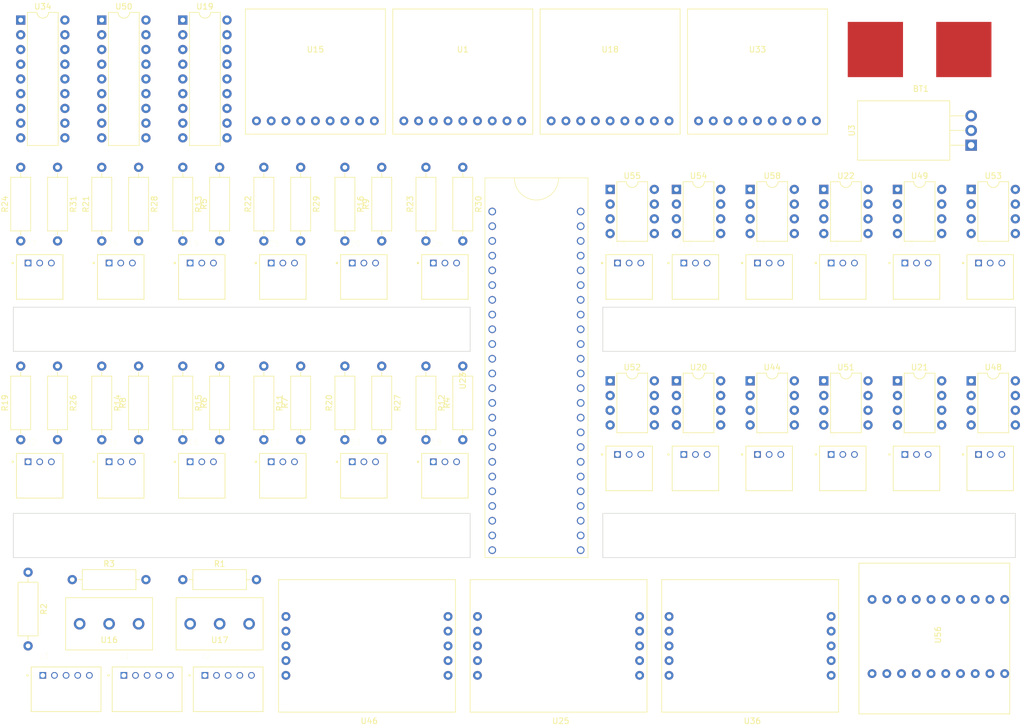
<source format=kicad_pcb>
(kicad_pcb (version 20171130) (host pcbnew "(5.1.10)-1")
  (layers (0 F.Cu signal) (31 B.Cu signal) (35 F.Paste user) (37 F.SilkS user) (38 B.Mask user) (39 F.Mask user) (44 Edge.Cuts user))
  (net 0 "")
  (net 1 GND1)
  (net 2 "Net-(BT1-Pad1)")
  (net 3 "Net-(J1-Pad1)")
  (net 4 "Net-(J1-Pad2)")
  (net 5 "Net-(J1-Pad3)")
  (net 6 "Net-(J1-Pad4)")
  (net 7 "Net-(J1-Pad5)")
  (net 8 "Net-(J2-Pad1)")
  (net 9 "Net-(J2-Pad2)")
  (net 10 "Net-(J2-Pad3)")
  (net 11 "Net-(J2-Pad4)")
  (net 12 "Net-(J2-Pad5)")
  (net 13 "Net-(J3-Pad1)")
  (net 14 "Net-(J3-Pad2)")
  (net 15 "Net-(J3-Pad3)")
  (net 16 "Net-(J3-Pad4)")
  (net 17 "Net-(J3-Pad5)")
  (net 18 "Net-(R1-Pad2)")
  (net 19 "Net-(R1-Pad1)")
  (net 20 "Net-(R2-Pad2)")
  (net 21 "Net-(R2-Pad1)")
  (net 22 "Net-(R3-Pad2)")
  (net 23 "Net-(R3-Pad1)")
  (net 24 "Net-(R12-Pad1)")
  (net 25 "Net-(R13-Pad1)")
  (net 26 "Net-(R15-Pad1)")
  (net 27 "Net-(R11-Pad1)")
  (net 28 "Net-(R14-Pad1)")
  (net 29 "Net-(R16-Pad1)")
  (net 30 "Net-(R19-Pad2)")
  (net 31 "Net-(R20-Pad2)")
  (net 32 "Net-(R21-Pad2)")
  (net 33 "Net-(R22-Pad2)")
  (net 34 "Net-(R23-Pad2)")
  (net 35 "Net-(R24-Pad2)")
  (net 36 +5V)
  (net 37 1)
  (net 38 14)
  (net 39 13)
  (net 40 51)
  (net 41 40)
  (net 42 41)
  (net 43 42)
  (net 44 43)
  (net 45 44)
  (net 46 45)
  (net 47 53)
  (net 48 54)
  (net 49 48)
  (net 50 46)
  (net 51 47)
  (net 52 49)
  (net 53 50)
  (net 54 52)
  (net 55 27)
  (net 56 26)
  (net 57 25)
  (net 58 15)
  (net 59 36)
  (net 60 37)
  (net 61 38)
  (net 62 39)
  (net 63 28)
  (net 64 3)
  (net 65 31)
  (net 66 6)
  (net 67 11)
  (net 68 8)
  (net 69 7)
  (net 70 58)
  (net 71 4)
  (net 72 5)
  (net 73 61)
  (net 74 60)
  (net 75 9)
  (net 76 10)
  (net 77 12)
  (net 78 3.3)
  (net 79 57)
  (net 80 16)
  (net 81 17)
  (net 82 18)
  (net 83 19)
  (net 84 20)
  (net 85 21)
  (net 86 2)
  (net 87 32)
  (net 88 33)
  (net 89 34)
  (net 90 35)
  (net 91 29)
  (net 92 30)
  (net 93 "Net-(J16-Pad1)")
  (net 94 "Net-(J17-Pad1)")
  (net 95 "Net-(J18-Pad1)")
  (net 96 "Net-(J19-Pad1)")
  (net 97 "Net-(J20-Pad1)")
  (net 98 "Net-(J21-Pad1)")
  (net 99 "Net-(J22-Pad1)")
  (net 100 "Net-(J23-Pad1)")
  (net 101 "Net-(J24-Pad1)")
  (net 102 "Net-(J25-Pad1)")
  (net 103 "Net-(J26-Pad1)")
  (net 104 "Net-(J27-Pad1)")
  (module Launchbox:Lipo_Battery_Connector (layer F.Cu) (at 213.36 52.07)
    (fp_text reference BT1 (at 0.21 6.78) (layer F.SilkS))
    (fp_text value Battery_Cell)
    (pad 1 smd rect (at -7.62 0) (size 9.525 9.525) (layers F.Cu F.Paste F.Mask) (net 2 "Net-(BT1-Pad1)"))
    (pad 2 smd rect (at 7.62 0) (size 9.525 9.525) (layers F.Cu F.Paste F.Mask) (net 1 GND1))
  )
  (module Launchbox:5_Header (layer F.Cu) (at 76.2 160.02)
    (fp_text reference J1 (at 0.175 -3.335) (layer F.SilkS) (effects (font (thickness 0.015))))
    (fp_text value 440055-5)
    (pad 5 thru_hole circle (at 8.026 0) (size 1.15 1.15) (drill 0.8) (layers *.Cu *.Mask) (net 7 "Net-(J1-Pad5)"))
    (pad 4 thru_hole circle (at 6.02 0) (size 1.15 1.15) (drill 0.8) (layers *.Cu *.Mask) (net 6 "Net-(J1-Pad4)"))
    (pad 3 thru_hole circle (at 4.013 0) (size 1.15 1.15) (drill 0.8) (layers *.Cu *.Mask) (net 5 "Net-(J1-Pad3)"))
    (pad 2 thru_hole circle (at 2.007 0) (size 1.15 1.15) (drill 0.8) (layers *.Cu *.Mask) (net 4 "Net-(J1-Pad2)"))
    (pad 1 thru_hole rect (at 0 0) (size 1.15 1.15) (drill 0.8) (layers *.Cu *.Mask) (net 3 "Net-(J1-Pad1)"))
  )
  (module Launchbox:5_Header (layer F.Cu) (at 90.17 160.02)
    (fp_text reference J2 (at 0.175 -3.335) (layer F.SilkS) (effects (font (thickness 0.015))))
    (fp_text value 440055-5)
    (pad 5 thru_hole circle (at 8.026 0) (size 1.15 1.15) (drill 0.8) (layers *.Cu *.Mask) (net 12 "Net-(J2-Pad5)"))
    (pad 4 thru_hole circle (at 6.02 0) (size 1.15 1.15) (drill 0.8) (layers *.Cu *.Mask) (net 11 "Net-(J2-Pad4)"))
    (pad 3 thru_hole circle (at 4.013 0) (size 1.15 1.15) (drill 0.8) (layers *.Cu *.Mask) (net 10 "Net-(J2-Pad3)"))
    (pad 2 thru_hole circle (at 2.007 0) (size 1.15 1.15) (drill 0.8) (layers *.Cu *.Mask) (net 9 "Net-(J2-Pad2)"))
    (pad 1 thru_hole rect (at 0 0) (size 1.15 1.15) (drill 0.8) (layers *.Cu *.Mask) (net 8 "Net-(J2-Pad1)"))
  )
  (module Launchbox:5_Header (layer F.Cu) (at 62.23 160.02)
    (fp_text reference J3 (at 0.175 -3.335) (layer F.SilkS) (effects (font (thickness 0.015))))
    (fp_text value 440055-5)
    (pad 1 thru_hole rect (at 0 0) (size 1.15 1.15) (drill 0.8) (layers *.Cu *.Mask) (net 13 "Net-(J3-Pad1)"))
    (pad 2 thru_hole circle (at 2.007 0) (size 1.15 1.15) (drill 0.8) (layers *.Cu *.Mask) (net 14 "Net-(J3-Pad2)"))
    (pad 3 thru_hole circle (at 4.013 0) (size 1.15 1.15) (drill 0.8) (layers *.Cu *.Mask) (net 15 "Net-(J3-Pad3)"))
    (pad 4 thru_hole circle (at 6.02 0) (size 1.15 1.15) (drill 0.8) (layers *.Cu *.Mask) (net 16 "Net-(J3-Pad4)"))
    (pad 5 thru_hole circle (at 8.026 0) (size 1.15 1.15) (drill 0.8) (layers *.Cu *.Mask) (net 17 "Net-(J3-Pad5)"))
  )
  (module Launchbox:3_Header (layer F.Cu) (at 172.72 121.92)
    (fp_text reference J4 (at 0.175 -3.335) (layer F.SilkS) (effects (font (thickness 0.015))))
    (fp_text value 440055-3)
    (pad 3 thru_hole circle (at 4.013 0) (size 1.15 1.15) (drill 0.8) (layers *.Cu *.Mask) (net 1 GND1))
    (pad 2 thru_hole circle (at 2.007 0) (size 1.15 1.15) (drill 0.8) (layers *.Cu *.Mask) (net 36 +5V))
    (pad 1 thru_hole rect (at 0 0) (size 1.15 1.15) (drill 0.8) (layers *.Cu *.Mask) (net 41 40))
  )
  (module Launchbox:3_Header (layer F.Cu) (at 185.42 121.92)
    (fp_text reference J5 (at 0.175 -3.335) (layer F.SilkS) (effects (font (thickness 0.015))))
    (fp_text value 440055-3)
    (pad 1 thru_hole rect (at 0 0) (size 1.15 1.15) (drill 0.8) (layers *.Cu *.Mask) (net 42 41))
    (pad 2 thru_hole circle (at 2.007 0) (size 1.15 1.15) (drill 0.8) (layers *.Cu *.Mask) (net 36 +5V))
    (pad 3 thru_hole circle (at 4.013 0) (size 1.15 1.15) (drill 0.8) (layers *.Cu *.Mask) (net 1 GND1))
  )
  (module Launchbox:3_Header (layer F.Cu) (at 198.12 121.92)
    (fp_text reference J6 (at 0.175 -3.335) (layer F.SilkS) (effects (font (thickness 0.015))))
    (fp_text value 440055-3)
    (pad 3 thru_hole circle (at 4.013 0) (size 1.15 1.15) (drill 0.8) (layers *.Cu *.Mask) (net 1 GND1))
    (pad 2 thru_hole circle (at 2.007 0) (size 1.15 1.15) (drill 0.8) (layers *.Cu *.Mask) (net 36 +5V))
    (pad 1 thru_hole rect (at 0 0) (size 1.15 1.15) (drill 0.8) (layers *.Cu *.Mask) (net 43 42))
  )
  (module Launchbox:3_Header (layer F.Cu) (at 210.82 121.92)
    (fp_text reference J7 (at 0.175 -3.335) (layer F.SilkS) (effects (font (thickness 0.015))))
    (fp_text value 440055-3)
    (pad 1 thru_hole rect (at 0 0) (size 1.15 1.15) (drill 0.8) (layers *.Cu *.Mask) (net 44 43))
    (pad 2 thru_hole circle (at 2.007 0) (size 1.15 1.15) (drill 0.8) (layers *.Cu *.Mask) (net 36 +5V))
    (pad 3 thru_hole circle (at 4.013 0) (size 1.15 1.15) (drill 0.8) (layers *.Cu *.Mask) (net 1 GND1))
  )
  (module Launchbox:3_Header (layer F.Cu) (at 223.52 121.92)
    (fp_text reference J8 (at 0.175 -3.335) (layer F.SilkS) (effects (font (thickness 0.015))))
    (fp_text value 440055-3)
    (pad 3 thru_hole circle (at 4.013 0) (size 1.15 1.15) (drill 0.8) (layers *.Cu *.Mask) (net 1 GND1))
    (pad 2 thru_hole circle (at 2.007 0) (size 1.15 1.15) (drill 0.8) (layers *.Cu *.Mask) (net 36 +5V))
    (pad 1 thru_hole rect (at 0 0) (size 1.15 1.15) (drill 0.8) (layers *.Cu *.Mask) (net 45 44))
  )
  (module Launchbox:3_Header (layer F.Cu) (at 161.29 121.92)
    (fp_text reference J9 (at 0.175 -3.335) (layer F.SilkS) (effects (font (thickness 0.015))))
    (fp_text value 440055-3)
    (pad 1 thru_hole rect (at 0 0) (size 1.15 1.15) (drill 0.8) (layers *.Cu *.Mask) (net 46 45))
    (pad 2 thru_hole circle (at 2.007 0) (size 1.15 1.15) (drill 0.8) (layers *.Cu *.Mask) (net 36 +5V))
    (pad 3 thru_hole circle (at 4.013 0) (size 1.15 1.15) (drill 0.8) (layers *.Cu *.Mask) (net 1 GND1))
  )
  (module Launchbox:3_Header (layer F.Cu) (at 172.72 88.9)
    (fp_text reference J10 (at 0.175 -3.335) (layer F.SilkS) (effects (font (thickness 0.015))))
    (fp_text value 440055-3)
    (pad 3 thru_hole circle (at 4.013 0) (size 1.15 1.15) (drill 0.8) (layers *.Cu *.Mask) (net 1 GND1))
    (pad 2 thru_hole circle (at 2.007 0) (size 1.15 1.15) (drill 0.8) (layers *.Cu *.Mask) (net 36 +5V))
    (pad 1 thru_hole rect (at 0 0) (size 1.15 1.15) (drill 0.8) (layers *.Cu *.Mask) (net 50 46))
  )
  (module Launchbox:3_Header (layer F.Cu) (at 185.42 88.9)
    (fp_text reference J11 (at 0.175 -3.335) (layer F.SilkS) (effects (font (thickness 0.015))))
    (fp_text value 440055-3)
    (pad 1 thru_hole rect (at 0 0) (size 1.15 1.15) (drill 0.8) (layers *.Cu *.Mask) (net 51 47))
    (pad 2 thru_hole circle (at 2.007 0) (size 1.15 1.15) (drill 0.8) (layers *.Cu *.Mask) (net 36 +5V))
    (pad 3 thru_hole circle (at 4.013 0) (size 1.15 1.15) (drill 0.8) (layers *.Cu *.Mask) (net 1 GND1))
  )
  (module Launchbox:3_Header (layer F.Cu) (at 198.12 88.9)
    (fp_text reference J12 (at 0.175 -3.335) (layer F.SilkS) (effects (font (thickness 0.015))))
    (fp_text value 440055-3)
    (pad 3 thru_hole circle (at 4.013 0) (size 1.15 1.15) (drill 0.8) (layers *.Cu *.Mask) (net 1 GND1))
    (pad 2 thru_hole circle (at 2.007 0) (size 1.15 1.15) (drill 0.8) (layers *.Cu *.Mask) (net 36 +5V))
    (pad 1 thru_hole rect (at 0 0) (size 1.15 1.15) (drill 0.8) (layers *.Cu *.Mask) (net 49 48))
  )
  (module Launchbox:3_Header (layer F.Cu) (at 210.82 88.9)
    (fp_text reference J13 (at 0.175 -3.335) (layer F.SilkS) (effects (font (thickness 0.015))))
    (fp_text value 440055-3)
    (pad 1 thru_hole rect (at 0 0) (size 1.15 1.15) (drill 0.8) (layers *.Cu *.Mask) (net 52 49))
    (pad 2 thru_hole circle (at 2.007 0) (size 1.15 1.15) (drill 0.8) (layers *.Cu *.Mask) (net 36 +5V))
    (pad 3 thru_hole circle (at 4.013 0) (size 1.15 1.15) (drill 0.8) (layers *.Cu *.Mask) (net 1 GND1))
  )
  (module Launchbox:3_Header (layer F.Cu) (at 223.52 88.9)
    (fp_text reference J14 (at 0.175 -3.335) (layer F.SilkS) (effects (font (thickness 0.015))))
    (fp_text value 440055-3)
    (pad 3 thru_hole circle (at 4.013 0) (size 1.15 1.15) (drill 0.8) (layers *.Cu *.Mask) (net 1 GND1))
    (pad 2 thru_hole circle (at 2.007 0) (size 1.15 1.15) (drill 0.8) (layers *.Cu *.Mask) (net 36 +5V))
    (pad 1 thru_hole rect (at 0 0) (size 1.15 1.15) (drill 0.8) (layers *.Cu *.Mask) (net 47 53))
  )
  (module Launchbox:3_Header (layer F.Cu) (at 161.29 88.9)
    (fp_text reference J15 (at 0.175 -3.335) (layer F.SilkS) (effects (font (thickness 0.015))))
    (fp_text value 440055-3)
    (pad 3 thru_hole circle (at 4.013 0) (size 1.15 1.15) (drill 0.8) (layers *.Cu *.Mask) (net 1 GND1))
    (pad 2 thru_hole circle (at 2.007 0) (size 1.15 1.15) (drill 0.8) (layers *.Cu *.Mask) (net 36 +5V))
    (pad 1 thru_hole rect (at 0 0) (size 1.15 1.15) (drill 0.8) (layers *.Cu *.Mask) (net 48 54))
  )
  (module Launchbox:3_Header (layer F.Cu) (at 87.63 123.19)
    (fp_text reference J16 (at 0.175 -3.335) (layer F.SilkS) (effects (font (thickness 0.015))))
    (fp_text value 440055-3)
    (pad 1 thru_hole rect (at 0 0) (size 1.15 1.15) (drill 0.8) (layers *.Cu *.Mask) (net 93 "Net-(J16-Pad1)"))
    (pad 2 thru_hole circle (at 2.007 0) (size 1.15 1.15) (drill 0.8) (layers *.Cu *.Mask) (net 36 +5V))
    (pad 3 thru_hole circle (at 4.013 0) (size 1.15 1.15) (drill 0.8) (layers *.Cu *.Mask) (net 1 GND1))
  )
  (module Launchbox:3_Header (layer F.Cu) (at 101.6 123.19)
    (fp_text reference J17 (at 0.175 -3.335) (layer F.SilkS) (effects (font (thickness 0.015))))
    (fp_text value 440055-3)
    (pad 1 thru_hole rect (at 0 0) (size 1.15 1.15) (drill 0.8) (layers *.Cu *.Mask) (net 94 "Net-(J17-Pad1)"))
    (pad 2 thru_hole circle (at 2.007 0) (size 1.15 1.15) (drill 0.8) (layers *.Cu *.Mask) (net 36 +5V))
    (pad 3 thru_hole circle (at 4.013 0) (size 1.15 1.15) (drill 0.8) (layers *.Cu *.Mask) (net 1 GND1))
  )
  (module Launchbox:3_Header (layer F.Cu) (at 129.54 123.19)
    (fp_text reference J18 (at 0.175 -3.335) (layer F.SilkS) (effects (font (thickness 0.015))))
    (fp_text value 440055-3)
    (pad 3 thru_hole circle (at 4.013 0) (size 1.15 1.15) (drill 0.8) (layers *.Cu *.Mask) (net 1 GND1))
    (pad 2 thru_hole circle (at 2.007 0) (size 1.15 1.15) (drill 0.8) (layers *.Cu *.Mask) (net 36 +5V))
    (pad 1 thru_hole rect (at 0 0) (size 1.15 1.15) (drill 0.8) (layers *.Cu *.Mask) (net 95 "Net-(J18-Pad1)"))
  )
  (module Launchbox:3_Header (layer F.Cu) (at 87.63 88.9)
    (fp_text reference J19 (at 0.175 -3.335) (layer F.SilkS) (effects (font (thickness 0.015))))
    (fp_text value 440055-3)
    (pad 1 thru_hole rect (at 0 0) (size 1.15 1.15) (drill 0.8) (layers *.Cu *.Mask) (net 96 "Net-(J19-Pad1)"))
    (pad 2 thru_hole circle (at 2.007 0) (size 1.15 1.15) (drill 0.8) (layers *.Cu *.Mask) (net 36 +5V))
    (pad 3 thru_hole circle (at 4.013 0) (size 1.15 1.15) (drill 0.8) (layers *.Cu *.Mask) (net 1 GND1))
  )
  (module Launchbox:3_Header (layer F.Cu) (at 115.57 88.9)
    (fp_text reference J20 (at 0.175 -3.335) (layer F.SilkS) (effects (font (thickness 0.015))))
    (fp_text value 440055-3)
    (pad 3 thru_hole circle (at 4.013 0) (size 1.15 1.15) (drill 0.8) (layers *.Cu *.Mask) (net 1 GND1))
    (pad 2 thru_hole circle (at 2.007 0) (size 1.15 1.15) (drill 0.8) (layers *.Cu *.Mask) (net 36 +5V))
    (pad 1 thru_hole rect (at 0 0) (size 1.15 1.15) (drill 0.8) (layers *.Cu *.Mask) (net 97 "Net-(J20-Pad1)"))
  )
  (module Launchbox:3_Header (layer F.Cu) (at 73.66 123.19)
    (fp_text reference J21 (at 0.175 -3.335) (layer F.SilkS) (effects (font (thickness 0.015))))
    (fp_text value 440055-3)
    (pad 1 thru_hole rect (at 0 0) (size 1.15 1.15) (drill 0.8) (layers *.Cu *.Mask) (net 98 "Net-(J21-Pad1)"))
    (pad 2 thru_hole circle (at 2.007 0) (size 1.15 1.15) (drill 0.8) (layers *.Cu *.Mask) (net 36 +5V))
    (pad 3 thru_hole circle (at 4.013 0) (size 1.15 1.15) (drill 0.8) (layers *.Cu *.Mask) (net 1 GND1))
  )
  (module Launchbox:3_Header (layer F.Cu) (at 59.69 123.19)
    (fp_text reference J22 (at 0.175 -3.335) (layer F.SilkS) (effects (font (thickness 0.015))))
    (fp_text value 440055-3)
    (pad 3 thru_hole circle (at 4.013 0) (size 1.15 1.15) (drill 0.8) (layers *.Cu *.Mask) (net 1 GND1))
    (pad 2 thru_hole circle (at 2.007 0) (size 1.15 1.15) (drill 0.8) (layers *.Cu *.Mask) (net 36 +5V))
    (pad 1 thru_hole rect (at 0 0) (size 1.15 1.15) (drill 0.8) (layers *.Cu *.Mask) (net 99 "Net-(J22-Pad1)"))
  )
  (module Launchbox:3_Header (layer F.Cu) (at 115.57 123.19)
    (fp_text reference J23 (at 0.175 -3.335) (layer F.SilkS) (effects (font (thickness 0.015))))
    (fp_text value 440055-3)
    (pad 1 thru_hole rect (at 0 0) (size 1.15 1.15) (drill 0.8) (layers *.Cu *.Mask) (net 100 "Net-(J23-Pad1)"))
    (pad 2 thru_hole circle (at 2.007 0) (size 1.15 1.15) (drill 0.8) (layers *.Cu *.Mask) (net 36 +5V))
    (pad 3 thru_hole circle (at 4.013 0) (size 1.15 1.15) (drill 0.8) (layers *.Cu *.Mask) (net 1 GND1))
  )
  (module Launchbox:3_Header (layer F.Cu) (at 73.66 88.9)
    (fp_text reference J24 (at 0.175 -3.335) (layer F.SilkS) (effects (font (thickness 0.015))))
    (fp_text value 440055-3)
    (pad 3 thru_hole circle (at 4.013 0) (size 1.15 1.15) (drill 0.8) (layers *.Cu *.Mask) (net 1 GND1))
    (pad 2 thru_hole circle (at 2.007 0) (size 1.15 1.15) (drill 0.8) (layers *.Cu *.Mask) (net 36 +5V))
    (pad 1 thru_hole rect (at 0 0) (size 1.15 1.15) (drill 0.8) (layers *.Cu *.Mask) (net 101 "Net-(J24-Pad1)"))
  )
  (module Launchbox:3_Header (layer F.Cu) (at 101.6 88.9)
    (fp_text reference J25 (at 0.175 -3.335) (layer F.SilkS) (effects (font (thickness 0.015))))
    (fp_text value 440055-3)
    (pad 1 thru_hole rect (at 0 0) (size 1.15 1.15) (drill 0.8) (layers *.Cu *.Mask) (net 102 "Net-(J25-Pad1)"))
    (pad 2 thru_hole circle (at 2.007 0) (size 1.15 1.15) (drill 0.8) (layers *.Cu *.Mask) (net 36 +5V))
    (pad 3 thru_hole circle (at 4.013 0) (size 1.15 1.15) (drill 0.8) (layers *.Cu *.Mask) (net 1 GND1))
  )
  (module Launchbox:3_Header (layer F.Cu) (at 129.54 88.9)
    (fp_text reference J26 (at 0.175 -3.335) (layer F.SilkS) (effects (font (thickness 0.015))))
    (fp_text value 440055-3)
    (pad 1 thru_hole rect (at 0 0) (size 1.15 1.15) (drill 0.8) (layers *.Cu *.Mask) (net 103 "Net-(J26-Pad1)"))
    (pad 2 thru_hole circle (at 2.007 0) (size 1.15 1.15) (drill 0.8) (layers *.Cu *.Mask) (net 36 +5V))
    (pad 3 thru_hole circle (at 4.013 0) (size 1.15 1.15) (drill 0.8) (layers *.Cu *.Mask) (net 1 GND1))
  )
  (module Launchbox:3_Header (layer F.Cu) (at 59.69 88.9)
    (fp_text reference J27 (at 0.175 -3.335) (layer F.SilkS) (effects (font (thickness 0.015))))
    (fp_text value 440055-3)
    (pad 3 thru_hole circle (at 4.013 0) (size 1.15 1.15) (drill 0.8) (layers *.Cu *.Mask) (net 1 GND1))
    (pad 2 thru_hole circle (at 2.007 0) (size 1.15 1.15) (drill 0.8) (layers *.Cu *.Mask) (net 36 +5V))
    (pad 1 thru_hole rect (at 0 0) (size 1.15 1.15) (drill 0.8) (layers *.Cu *.Mask) (net 104 "Net-(J27-Pad1)"))
  )
  (module Resistor_THT:R_Axial_DIN0309_L9.0mm_D3.2mm_P12.70mm_Horizontal (layer F.Cu) (at 86.36 143.51)
    (fp_text reference R1 (at 6.35 -2.72) (layer F.SilkS))
    (fp_text value R_US)
    (pad 2 thru_hole oval (at 12.7 0) (size 1.6 1.6) (drill 0.8) (layers *.Cu *.Mask) (net 18 "Net-(R1-Pad2)"))
    (pad 1 thru_hole circle (at 0 0) (size 1.6 1.6) (drill 0.8) (layers *.Cu *.Mask) (net 19 "Net-(R1-Pad1)"))
  )
  (module Resistor_THT:R_Axial_DIN0309_L9.0mm_D3.2mm_P12.70mm_Horizontal (layer F.Cu) (at 59.69 142.24 270)
    (fp_text reference R2 (at 6.35 -2.72 90) (layer F.SilkS))
    (fp_text value R_US)
    (pad 1 thru_hole circle (at 0 0 270) (size 1.6 1.6) (drill 0.8) (layers *.Cu *.Mask) (net 21 "Net-(R2-Pad1)"))
    (pad 2 thru_hole oval (at 12.7 0 270) (size 1.6 1.6) (drill 0.8) (layers *.Cu *.Mask) (net 20 "Net-(R2-Pad2)"))
  )
  (module Resistor_THT:R_Axial_DIN0309_L9.0mm_D3.2mm_P12.70mm_Horizontal (layer F.Cu) (at 67.31 143.51)
    (fp_text reference R3 (at 6.35 -2.72) (layer F.SilkS))
    (fp_text value R_US)
    (pad 2 thru_hole oval (at 12.7 0) (size 1.6 1.6) (drill 0.8) (layers *.Cu *.Mask) (net 22 "Net-(R3-Pad2)"))
    (pad 1 thru_hole circle (at 0 0) (size 1.6 1.6) (drill 0.8) (layers *.Cu *.Mask) (net 23 "Net-(R3-Pad1)"))
  )
  (module Resistor_THT:R_Axial_DIN0309_L9.0mm_D3.2mm_P12.70mm_Horizontal (layer F.Cu) (at 134.62 119.38 90)
    (fp_text reference R4 (at 6.35 -2.72 90) (layer F.SilkS))
    (fp_text value R_US)
    (pad 1 thru_hole circle (at 0 0 90) (size 1.6 1.6) (drill 0.8) (layers *.Cu *.Mask) (net 1 GND1))
    (pad 2 thru_hole oval (at 12.7 0 90) (size 1.6 1.6) (drill 0.8) (layers *.Cu *.Mask) (net 24 "Net-(R12-Pad1)"))
  )
  (module Resistor_THT:R_Axial_DIN0309_L9.0mm_D3.2mm_P12.70mm_Horizontal (layer F.Cu) (at 92.71 85.09 90)
    (fp_text reference R5 (at 6.35 -2.72 90) (layer F.SilkS))
    (fp_text value R_US)
    (pad 1 thru_hole circle (at 0 0 90) (size 1.6 1.6) (drill 0.8) (layers *.Cu *.Mask) (net 1 GND1))
    (pad 2 thru_hole oval (at 12.7 0 90) (size 1.6 1.6) (drill 0.8) (layers *.Cu *.Mask) (net 25 "Net-(R13-Pad1)"))
  )
  (module Resistor_THT:R_Axial_DIN0309_L9.0mm_D3.2mm_P12.70mm_Horizontal (layer F.Cu) (at 92.71 119.38 90)
    (fp_text reference R6 (at 6.35 -2.72 90) (layer F.SilkS))
    (fp_text value R_US)
    (pad 2 thru_hole oval (at 12.7 0 90) (size 1.6 1.6) (drill 0.8) (layers *.Cu *.Mask) (net 26 "Net-(R15-Pad1)"))
    (pad 1 thru_hole circle (at 0 0 90) (size 1.6 1.6) (drill 0.8) (layers *.Cu *.Mask) (net 1 GND1))
  )
  (module Resistor_THT:R_Axial_DIN0309_L9.0mm_D3.2mm_P12.70mm_Horizontal (layer F.Cu) (at 106.68 119.38 90)
    (fp_text reference R7 (at 6.35 -2.72 90) (layer F.SilkS))
    (fp_text value R_US)
    (pad 1 thru_hole circle (at 0 0 90) (size 1.6 1.6) (drill 0.8) (layers *.Cu *.Mask) (net 1 GND1))
    (pad 2 thru_hole oval (at 12.7 0 90) (size 1.6 1.6) (drill 0.8) (layers *.Cu *.Mask) (net 27 "Net-(R11-Pad1)"))
  )
  (module Resistor_THT:R_Axial_DIN0309_L9.0mm_D3.2mm_P12.70mm_Horizontal (layer F.Cu) (at 78.74 119.38 90)
    (fp_text reference R8 (at 6.35 -2.72 90) (layer F.SilkS))
    (fp_text value R_US)
    (pad 1 thru_hole circle (at 0 0 90) (size 1.6 1.6) (drill 0.8) (layers *.Cu *.Mask) (net 1 GND1))
    (pad 2 thru_hole oval (at 12.7 0 90) (size 1.6 1.6) (drill 0.8) (layers *.Cu *.Mask) (net 28 "Net-(R14-Pad1)"))
  )
  (module Resistor_THT:R_Axial_DIN0309_L9.0mm_D3.2mm_P12.70mm_Horizontal (layer F.Cu) (at 120.65 85.09 90)
    (fp_text reference R9 (at 6.35 -2.72 90) (layer F.SilkS))
    (fp_text value R_US)
    (pad 2 thru_hole oval (at 12.7 0 90) (size 1.6 1.6) (drill 0.8) (layers *.Cu *.Mask) (net 29 "Net-(R16-Pad1)"))
    (pad 1 thru_hole circle (at 0 0 90) (size 1.6 1.6) (drill 0.8) (layers *.Cu *.Mask) (net 1 GND1))
  )
  (module Resistor_THT:R_Axial_DIN0309_L9.0mm_D3.2mm_P12.70mm_Horizontal (layer F.Cu) (at 100.33 106.68 270)
    (fp_text reference R11 (at 6.35 -2.72 90) (layer F.SilkS))
    (fp_text value R_US)
    (pad 2 thru_hole oval (at 12.7 0 270) (size 1.6 1.6) (drill 0.8) (layers *.Cu *.Mask) (net 94 "Net-(J17-Pad1)"))
    (pad 1 thru_hole circle (at 0 0 270) (size 1.6 1.6) (drill 0.8) (layers *.Cu *.Mask) (net 27 "Net-(R11-Pad1)"))
  )
  (module Resistor_THT:R_Axial_DIN0309_L9.0mm_D3.2mm_P12.70mm_Horizontal (layer F.Cu) (at 128.27 106.68 270)
    (fp_text reference R12 (at 6.35 -2.72 90) (layer F.SilkS))
    (fp_text value R_US)
    (pad 2 thru_hole oval (at 12.7 0 270) (size 1.6 1.6) (drill 0.8) (layers *.Cu *.Mask) (net 95 "Net-(J18-Pad1)"))
    (pad 1 thru_hole circle (at 0 0 270) (size 1.6 1.6) (drill 0.8) (layers *.Cu *.Mask) (net 24 "Net-(R12-Pad1)"))
  )
  (module Resistor_THT:R_Axial_DIN0309_L9.0mm_D3.2mm_P12.70mm_Horizontal (layer F.Cu) (at 86.36 72.39 270)
    (fp_text reference R13 (at 6.35 -2.72 90) (layer F.SilkS))
    (fp_text value R_US)
    (pad 2 thru_hole oval (at 12.7 0 270) (size 1.6 1.6) (drill 0.8) (layers *.Cu *.Mask) (net 96 "Net-(J19-Pad1)"))
    (pad 1 thru_hole circle (at 0 0 270) (size 1.6 1.6) (drill 0.8) (layers *.Cu *.Mask) (net 25 "Net-(R13-Pad1)"))
  )
  (module Resistor_THT:R_Axial_DIN0309_L9.0mm_D3.2mm_P12.70mm_Horizontal (layer F.Cu) (at 72.39 106.68 270)
    (fp_text reference R14 (at 6.35 -2.72 90) (layer F.SilkS))
    (fp_text value R_US)
    (pad 2 thru_hole oval (at 12.7 0 270) (size 1.6 1.6) (drill 0.8) (layers *.Cu *.Mask) (net 98 "Net-(J21-Pad1)"))
    (pad 1 thru_hole circle (at 0 0 270) (size 1.6 1.6) (drill 0.8) (layers *.Cu *.Mask) (net 28 "Net-(R14-Pad1)"))
  )
  (module Resistor_THT:R_Axial_DIN0309_L9.0mm_D3.2mm_P12.70mm_Horizontal (layer F.Cu) (at 86.36 106.68 270)
    (fp_text reference R15 (at 6.35 -2.72 90) (layer F.SilkS))
    (fp_text value R_US)
    (pad 1 thru_hole circle (at 0 0 270) (size 1.6 1.6) (drill 0.8) (layers *.Cu *.Mask) (net 26 "Net-(R15-Pad1)"))
    (pad 2 thru_hole oval (at 12.7 0 270) (size 1.6 1.6) (drill 0.8) (layers *.Cu *.Mask) (net 93 "Net-(J16-Pad1)"))
  )
  (module Resistor_THT:R_Axial_DIN0309_L9.0mm_D3.2mm_P12.70mm_Horizontal (layer F.Cu) (at 114.3 72.39 270)
    (fp_text reference R16 (at 6.35 -2.72 90) (layer F.SilkS))
    (fp_text value R_US)
    (pad 1 thru_hole circle (at 0 0 270) (size 1.6 1.6) (drill 0.8) (layers *.Cu *.Mask) (net 29 "Net-(R16-Pad1)"))
    (pad 2 thru_hole oval (at 12.7 0 270) (size 1.6 1.6) (drill 0.8) (layers *.Cu *.Mask) (net 97 "Net-(J20-Pad1)"))
  )
  (module Resistor_THT:R_Axial_DIN0309_L9.0mm_D3.2mm_P12.70mm_Horizontal (layer F.Cu) (at 58.42 119.38 90)
    (fp_text reference R19 (at 6.35 -2.72 90) (layer F.SilkS))
    (fp_text value R_US)
    (pad 2 thru_hole oval (at 12.7 0 90) (size 1.6 1.6) (drill 0.8) (layers *.Cu *.Mask) (net 30 "Net-(R19-Pad2)"))
    (pad 1 thru_hole circle (at 0 0 90) (size 1.6 1.6) (drill 0.8) (layers *.Cu *.Mask) (net 99 "Net-(J22-Pad1)"))
  )
  (module Resistor_THT:R_Axial_DIN0309_L9.0mm_D3.2mm_P12.70mm_Horizontal (layer F.Cu) (at 114.3 119.38 90)
    (fp_text reference R20 (at 6.35 -2.72 90) (layer F.SilkS))
    (fp_text value R_US)
    (pad 1 thru_hole circle (at 0 0 90) (size 1.6 1.6) (drill 0.8) (layers *.Cu *.Mask) (net 100 "Net-(J23-Pad1)"))
    (pad 2 thru_hole oval (at 12.7 0 90) (size 1.6 1.6) (drill 0.8) (layers *.Cu *.Mask) (net 31 "Net-(R20-Pad2)"))
  )
  (module Resistor_THT:R_Axial_DIN0309_L9.0mm_D3.2mm_P12.70mm_Horizontal (layer F.Cu) (at 72.39 85.09 90)
    (fp_text reference R21 (at 6.35 -2.72 90) (layer F.SilkS))
    (fp_text value R_US)
    (pad 1 thru_hole circle (at 0 0 90) (size 1.6 1.6) (drill 0.8) (layers *.Cu *.Mask) (net 101 "Net-(J24-Pad1)"))
    (pad 2 thru_hole oval (at 12.7 0 90) (size 1.6 1.6) (drill 0.8) (layers *.Cu *.Mask) (net 32 "Net-(R21-Pad2)"))
  )
  (module Resistor_THT:R_Axial_DIN0309_L9.0mm_D3.2mm_P12.70mm_Horizontal (layer F.Cu) (at 100.33 85.09 90)
    (fp_text reference R22 (at 6.35 -2.72 90) (layer F.SilkS))
    (fp_text value R_US)
    (pad 1 thru_hole circle (at 0 0 90) (size 1.6 1.6) (drill 0.8) (layers *.Cu *.Mask) (net 102 "Net-(J25-Pad1)"))
    (pad 2 thru_hole oval (at 12.7 0 90) (size 1.6 1.6) (drill 0.8) (layers *.Cu *.Mask) (net 33 "Net-(R22-Pad2)"))
  )
  (module Resistor_THT:R_Axial_DIN0309_L9.0mm_D3.2mm_P12.70mm_Horizontal (layer F.Cu) (at 128.27 85.09 90)
    (fp_text reference R23 (at 6.35 -2.72 90) (layer F.SilkS))
    (fp_text value R_US)
    (pad 2 thru_hole oval (at 12.7 0 90) (size 1.6 1.6) (drill 0.8) (layers *.Cu *.Mask) (net 34 "Net-(R23-Pad2)"))
    (pad 1 thru_hole circle (at 0 0 90) (size 1.6 1.6) (drill 0.8) (layers *.Cu *.Mask) (net 103 "Net-(J26-Pad1)"))
  )
  (module Resistor_THT:R_Axial_DIN0309_L9.0mm_D3.2mm_P12.70mm_Horizontal (layer F.Cu) (at 58.42 85.09 90)
    (fp_text reference R24 (at 6.35 -2.72 90) (layer F.SilkS))
    (fp_text value R_US)
    (pad 2 thru_hole oval (at 12.7 0 90) (size 1.6 1.6) (drill 0.8) (layers *.Cu *.Mask) (net 35 "Net-(R24-Pad2)"))
    (pad 1 thru_hole circle (at 0 0 90) (size 1.6 1.6) (drill 0.8) (layers *.Cu *.Mask) (net 104 "Net-(J27-Pad1)"))
  )
  (module Resistor_THT:R_Axial_DIN0309_L9.0mm_D3.2mm_P12.70mm_Horizontal (layer F.Cu) (at 64.77 106.68 270)
    (fp_text reference R26 (at 6.35 -2.72 90) (layer F.SilkS))
    (fp_text value R_US)
    (pad 1 thru_hole circle (at 0 0 270) (size 1.6 1.6) (drill 0.8) (layers *.Cu *.Mask) (net 30 "Net-(R19-Pad2)"))
    (pad 2 thru_hole oval (at 12.7 0 270) (size 1.6 1.6) (drill 0.8) (layers *.Cu *.Mask) (net 1 GND1))
  )
  (module Resistor_THT:R_Axial_DIN0309_L9.0mm_D3.2mm_P12.70mm_Horizontal (layer F.Cu) (at 120.65 106.68 270)
    (fp_text reference R27 (at 6.35 -2.72 90) (layer F.SilkS))
    (fp_text value R_US)
    (pad 2 thru_hole oval (at 12.7 0 270) (size 1.6 1.6) (drill 0.8) (layers *.Cu *.Mask) (net 1 GND1))
    (pad 1 thru_hole circle (at 0 0 270) (size 1.6 1.6) (drill 0.8) (layers *.Cu *.Mask) (net 31 "Net-(R20-Pad2)"))
  )
  (module Resistor_THT:R_Axial_DIN0309_L9.0mm_D3.2mm_P12.70mm_Horizontal (layer F.Cu) (at 78.74 72.39 270)
    (fp_text reference R28 (at 6.35 -2.72 90) (layer F.SilkS))
    (fp_text value R_US)
    (pad 2 thru_hole oval (at 12.7 0 270) (size 1.6 1.6) (drill 0.8) (layers *.Cu *.Mask) (net 1 GND1))
    (pad 1 thru_hole circle (at 0 0 270) (size 1.6 1.6) (drill 0.8) (layers *.Cu *.Mask) (net 32 "Net-(R21-Pad2)"))
  )
  (module Resistor_THT:R_Axial_DIN0309_L9.0mm_D3.2mm_P12.70mm_Horizontal (layer F.Cu) (at 106.68 72.39 270)
    (fp_text reference R29 (at 6.35 -2.72 90) (layer F.SilkS))
    (fp_text value R_US)
    (pad 1 thru_hole circle (at 0 0 270) (size 1.6 1.6) (drill 0.8) (layers *.Cu *.Mask) (net 33 "Net-(R22-Pad2)"))
    (pad 2 thru_hole oval (at 12.7 0 270) (size 1.6 1.6) (drill 0.8) (layers *.Cu *.Mask) (net 1 GND1))
  )
  (module Resistor_THT:R_Axial_DIN0309_L9.0mm_D3.2mm_P12.70mm_Horizontal (layer F.Cu) (at 134.62 72.39 270)
    (fp_text reference R30 (at 6.35 -2.72 90) (layer F.SilkS))
    (fp_text value R_US)
    (pad 1 thru_hole circle (at 0 0 270) (size 1.6 1.6) (drill 0.8) (layers *.Cu *.Mask) (net 34 "Net-(R23-Pad2)"))
    (pad 2 thru_hole oval (at 12.7 0 270) (size 1.6 1.6) (drill 0.8) (layers *.Cu *.Mask) (net 1 GND1))
  )
  (module Resistor_THT:R_Axial_DIN0309_L9.0mm_D3.2mm_P12.70mm_Horizontal (layer F.Cu) (at 64.77 72.39 270)
    (fp_text reference R31 (at 6.35 -2.72 90) (layer F.SilkS))
    (fp_text value R_US)
    (pad 1 thru_hole circle (at 0 0 270) (size 1.6 1.6) (drill 0.8) (layers *.Cu *.Mask) (net 35 "Net-(R24-Pad2)"))
    (pad 2 thru_hole oval (at 12.7 0 270) (size 1.6 1.6) (drill 0.8) (layers *.Cu *.Mask) (net 1 GND1))
  )
  (module Launchbox:MAX31856 (layer F.Cu) (at 134.62 55.88)
    (fp_text reference U1 (at 0 -3.81) (layer F.SilkS))
    (fp_text value MAX31856)
    (pad 1 thru_hole circle (at -10.16 8.509) (size 1.524 1.524) (drill 0.762) (layers *.Cu *.Mask) (net 36 +5V))
    (pad 2 thru_hole circle (at -7.62 8.509) (size 1.524 1.524) (drill 0.762) (layers *.Cu *.Mask))
    (pad 3 thru_hole circle (at -5.08 8.509) (size 1.524 1.524) (drill 0.762) (layers *.Cu *.Mask) (net 1 GND1))
    (pad 4 thru_hole circle (at -2.54 8.509) (size 1.524 1.524) (drill 0.762) (layers *.Cu *.Mask) (net 37 1))
    (pad 5 thru_hole circle (at 0 8.509) (size 1.524 1.524) (drill 0.762) (layers *.Cu *.Mask) (net 38 14))
    (pad 6 thru_hole circle (at 2.54 8.509) (size 1.524 1.524) (drill 0.762) (layers *.Cu *.Mask) (net 39 13))
    (pad 7 thru_hole circle (at 5.08 8.509) (size 1.524 1.524) (drill 0.762) (layers *.Cu *.Mask) (net 40 51))
    (pad 8 thru_hole circle (at 7.62 8.509) (size 1.524 1.524) (drill 0.762) (layers *.Cu *.Mask))
    (pad 9 thru_hole circle (at 10.16 8.509) (size 1.524 1.524) (drill 0.762) (layers *.Cu *.Mask))
  )
  (module Package_TO_SOT_THT:TO-220-3_Horizontal_TabDown (layer F.Cu) (at 222.25 68.58 90)
    (fp_text reference U3 (at 2.54 -20.58 90) (layer F.SilkS))
    (fp_text value L7805)
    (pad "" np_thru_hole oval (at 2.54 -16.66 90) (size 3.5 3.5) (drill 3.5) (layers *.Cu *.Mask))
    (pad 1 thru_hole rect (at 0 0 90) (size 1.905 2) (drill 1.1) (layers *.Cu *.Mask) (net 2 "Net-(BT1-Pad1)"))
    (pad 2 thru_hole oval (at 2.54 0 90) (size 1.905 2) (drill 1.1) (layers *.Cu *.Mask) (net 1 GND1))
    (pad 3 thru_hole oval (at 5.08 0 90) (size 1.905 2) (drill 1.1) (layers *.Cu *.Mask) (net 36 +5V))
  )
  (module Launchbox:MAX31856 (layer F.Cu) (at 109.22 55.88)
    (fp_text reference U15 (at 0 -3.81) (layer F.SilkS))
    (fp_text value MAX31856)
    (pad 1 thru_hole circle (at -10.16 8.509) (size 1.524 1.524) (drill 0.762) (layers *.Cu *.Mask) (net 36 +5V))
    (pad 2 thru_hole circle (at -7.62 8.509) (size 1.524 1.524) (drill 0.762) (layers *.Cu *.Mask))
    (pad 3 thru_hole circle (at -5.08 8.509) (size 1.524 1.524) (drill 0.762) (layers *.Cu *.Mask) (net 1 GND1))
    (pad 4 thru_hole circle (at -2.54 8.509) (size 1.524 1.524) (drill 0.762) (layers *.Cu *.Mask) (net 37 1))
    (pad 5 thru_hole circle (at 0 8.509) (size 1.524 1.524) (drill 0.762) (layers *.Cu *.Mask) (net 38 14))
    (pad 6 thru_hole circle (at 2.54 8.509) (size 1.524 1.524) (drill 0.762) (layers *.Cu *.Mask) (net 39 13))
    (pad 7 thru_hole circle (at 5.08 8.509) (size 1.524 1.524) (drill 0.762) (layers *.Cu *.Mask) (net 53 50))
    (pad 8 thru_hole circle (at 7.62 8.509) (size 1.524 1.524) (drill 0.762) (layers *.Cu *.Mask))
    (pad 9 thru_hole circle (at 10.16 8.509) (size 1.524 1.524) (drill 0.762) (layers *.Cu *.Mask))
  )
  (module Launchbox:ScrewTerminals (layer F.Cu) (at 73.66 151.13)
    (fp_text reference U16 (at 0.02 2.794) (layer F.SilkS))
    (fp_text value SerialScrewTerminals)
    (pad 1 thru_hole circle (at -5.08 0) (size 2 2) (drill 1.2) (layers *.Cu *.Mask) (net 54 52))
    (pad 2 thru_hole circle (at 0 0) (size 2 2) (drill 1.2) (layers *.Cu *.Mask) (net 1 GND1))
    (pad 3 thru_hole circle (at 5.08 0) (size 2 2) (drill 1.2) (layers *.Cu *.Mask))
  )
  (module Launchbox:ScrewTerminals (layer F.Cu) (at 92.71 151.13)
    (fp_text reference U17 (at 0.02 2.794) (layer F.SilkS))
    (fp_text value SerialScrewTerminals)
    (pad 3 thru_hole circle (at 5.08 0) (size 2 2) (drill 1.2) (layers *.Cu *.Mask) (net 55 27))
    (pad 2 thru_hole circle (at 0 0) (size 2 2) (drill 1.2) (layers *.Cu *.Mask) (net 56 26))
    (pad 1 thru_hole circle (at -5.08 0) (size 2 2) (drill 1.2) (layers *.Cu *.Mask) (net 57 25))
  )
  (module Launchbox:MAX31856 (layer F.Cu) (at 160.02 55.88)
    (fp_text reference U18 (at 0 -3.81) (layer F.SilkS))
    (fp_text value MAX31856)
    (pad 9 thru_hole circle (at 10.16 8.509) (size 1.524 1.524) (drill 0.762) (layers *.Cu *.Mask))
    (pad 8 thru_hole circle (at 7.62 8.509) (size 1.524 1.524) (drill 0.762) (layers *.Cu *.Mask))
    (pad 7 thru_hole circle (at 5.08 8.509) (size 1.524 1.524) (drill 0.762) (layers *.Cu *.Mask) (net 58 15))
    (pad 6 thru_hole circle (at 2.54 8.509) (size 1.524 1.524) (drill 0.762) (layers *.Cu *.Mask) (net 39 13))
    (pad 5 thru_hole circle (at 0 8.509) (size 1.524 1.524) (drill 0.762) (layers *.Cu *.Mask) (net 38 14))
    (pad 4 thru_hole circle (at -2.54 8.509) (size 1.524 1.524) (drill 0.762) (layers *.Cu *.Mask) (net 37 1))
    (pad 3 thru_hole circle (at -5.08 8.509) (size 1.524 1.524) (drill 0.762) (layers *.Cu *.Mask) (net 1 GND1))
    (pad 2 thru_hole circle (at -7.62 8.509) (size 1.524 1.524) (drill 0.762) (layers *.Cu *.Mask))
    (pad 1 thru_hole circle (at -10.16 8.509) (size 1.524 1.524) (drill 0.762) (layers *.Cu *.Mask) (net 36 +5V))
  )
  (module Package_DIP:DIP-18_W7.62mm (layer F.Cu) (at 86.36 46.99)
    (fp_text reference U19 (at 3.81 -2.33) (layer F.SilkS))
    (fp_text value Launchbox_HT12D)
    (pad 1 thru_hole rect (at 0 0) (size 1.6 1.6) (drill 0.8) (layers *.Cu *.Mask))
    (pad 10 thru_hole oval (at 7.62 20.32) (size 1.6 1.6) (drill 0.8) (layers *.Cu *.Mask) (net 62 39))
    (pad 2 thru_hole oval (at 0 2.54) (size 1.6 1.6) (drill 0.8) (layers *.Cu *.Mask))
    (pad 11 thru_hole oval (at 7.62 17.78) (size 1.6 1.6) (drill 0.8) (layers *.Cu *.Mask) (net 61 38))
    (pad 3 thru_hole oval (at 0 5.08) (size 1.6 1.6) (drill 0.8) (layers *.Cu *.Mask))
    (pad 12 thru_hole oval (at 7.62 15.24) (size 1.6 1.6) (drill 0.8) (layers *.Cu *.Mask) (net 60 37))
    (pad 4 thru_hole oval (at 0 7.62) (size 1.6 1.6) (drill 0.8) (layers *.Cu *.Mask))
    (pad 13 thru_hole oval (at 7.62 12.7) (size 1.6 1.6) (drill 0.8) (layers *.Cu *.Mask) (net 59 36))
    (pad 5 thru_hole oval (at 0 10.16) (size 1.6 1.6) (drill 0.8) (layers *.Cu *.Mask))
    (pad 14 thru_hole oval (at 7.62 10.16) (size 1.6 1.6) (drill 0.8) (layers *.Cu *.Mask) (net 55 27))
    (pad 6 thru_hole oval (at 0 12.7) (size 1.6 1.6) (drill 0.8) (layers *.Cu *.Mask))
    (pad 15 thru_hole oval (at 7.62 7.62) (size 1.6 1.6) (drill 0.8) (layers *.Cu *.Mask) (net 18 "Net-(R1-Pad2)"))
    (pad 7 thru_hole oval (at 0 15.24) (size 1.6 1.6) (drill 0.8) (layers *.Cu *.Mask))
    (pad 16 thru_hole oval (at 7.62 5.08) (size 1.6 1.6) (drill 0.8) (layers *.Cu *.Mask) (net 19 "Net-(R1-Pad1)"))
    (pad 8 thru_hole oval (at 0 17.78) (size 1.6 1.6) (drill 0.8) (layers *.Cu *.Mask))
    (pad 17 thru_hole oval (at 7.62 2.54) (size 1.6 1.6) (drill 0.8) (layers *.Cu *.Mask))
    (pad 9 thru_hole oval (at 0 20.32) (size 1.6 1.6) (drill 0.8) (layers *.Cu *.Mask) (net 1 GND1))
    (pad 18 thru_hole oval (at 7.62 0) (size 1.6 1.6) (drill 0.8) (layers *.Cu *.Mask) (net 36 +5V))
  )
  (module Package_DIP:DIP-8_W7.62mm (layer F.Cu) (at 171.45 109.22)
    (fp_text reference U20 (at 3.81 -2.33) (layer F.SilkS))
    (fp_text value SPDT_IC)
    (pad 1 thru_hole rect (at 0 0) (size 1.6 1.6) (drill 0.8) (layers *.Cu *.Mask) (net 41 40))
    (pad 5 thru_hole oval (at 7.62 7.62) (size 1.6 1.6) (drill 0.8) (layers *.Cu *.Mask) (net 36 +5V))
    (pad 2 thru_hole oval (at 0 2.54) (size 1.6 1.6) (drill 0.8) (layers *.Cu *.Mask) (net 64 3))
    (pad 6 thru_hole oval (at 7.62 5.08) (size 1.6 1.6) (drill 0.8) (layers *.Cu *.Mask) (net 54 52))
    (pad 3 thru_hole oval (at 0 5.08) (size 1.6 1.6) (drill 0.8) (layers *.Cu *.Mask) (net 1 GND1))
    (pad 7 thru_hole oval (at 7.62 2.54) (size 1.6 1.6) (drill 0.8) (layers *.Cu *.Mask) (net 1 GND1))
    (pad 4 thru_hole oval (at 0 7.62) (size 1.6 1.6) (drill 0.8) (layers *.Cu *.Mask) (net 36 +5V))
    (pad 8 thru_hole oval (at 7.62 0) (size 1.6 1.6) (drill 0.8) (layers *.Cu *.Mask) (net 63 28))
  )
  (module Package_DIP:DIP-8_W7.62mm (layer F.Cu) (at 209.55 109.22)
    (fp_text reference U21 (at 3.81 -2.33) (layer F.SilkS))
    (fp_text value SPDT_IC)
    (pad 8 thru_hole oval (at 7.62 0) (size 1.6 1.6) (drill 0.8) (layers *.Cu *.Mask) (net 65 31))
    (pad 4 thru_hole oval (at 0 7.62) (size 1.6 1.6) (drill 0.8) (layers *.Cu *.Mask) (net 36 +5V))
    (pad 7 thru_hole oval (at 7.62 2.54) (size 1.6 1.6) (drill 0.8) (layers *.Cu *.Mask) (net 1 GND1))
    (pad 3 thru_hole oval (at 0 5.08) (size 1.6 1.6) (drill 0.8) (layers *.Cu *.Mask) (net 1 GND1))
    (pad 6 thru_hole oval (at 7.62 5.08) (size 1.6 1.6) (drill 0.8) (layers *.Cu *.Mask) (net 54 52))
    (pad 2 thru_hole oval (at 0 2.54) (size 1.6 1.6) (drill 0.8) (layers *.Cu *.Mask) (net 66 6))
    (pad 5 thru_hole oval (at 7.62 7.62) (size 1.6 1.6) (drill 0.8) (layers *.Cu *.Mask) (net 36 +5V))
    (pad 1 thru_hole rect (at 0 0) (size 1.6 1.6) (drill 0.8) (layers *.Cu *.Mask) (net 44 43))
  )
  (module Package_DIP:DIP-8_W7.62mm (layer F.Cu) (at 196.85 76.2)
    (fp_text reference U22 (at 3.81 -2.33) (layer F.SilkS))
    (fp_text value SPDT_IC)
    (pad 8 thru_hole oval (at 7.62 0) (size 1.6 1.6) (drill 0.8) (layers *.Cu *.Mask) (net 59 36))
    (pad 4 thru_hole oval (at 0 7.62) (size 1.6 1.6) (drill 0.8) (layers *.Cu *.Mask) (net 36 +5V))
    (pad 7 thru_hole oval (at 7.62 2.54) (size 1.6 1.6) (drill 0.8) (layers *.Cu *.Mask) (net 1 GND1))
    (pad 3 thru_hole oval (at 0 5.08) (size 1.6 1.6) (drill 0.8) (layers *.Cu *.Mask) (net 1 GND1))
    (pad 6 thru_hole oval (at 7.62 5.08) (size 1.6 1.6) (drill 0.8) (layers *.Cu *.Mask) (net 54 52))
    (pad 2 thru_hole oval (at 0 2.54) (size 1.6 1.6) (drill 0.8) (layers *.Cu *.Mask) (net 67 11))
    (pad 5 thru_hole oval (at 7.62 7.62) (size 1.6 1.6) (drill 0.8) (layers *.Cu *.Mask) (net 36 +5V))
    (pad 1 thru_hole rect (at 0 0) (size 1.6 1.6) (drill 0.8) (layers *.Cu *.Mask) (net 49 48))
  )
  (module "Launchbox:Teensy 3.6" (layer F.Cu) (at 147.32 109.22 270)
    (fp_text reference U23 (at 0 12.7 90) (layer F.SilkS))
    (fp_text value Teensy3.6)
    (pad 32 thru_hole circle (at -29.21 -7.62 270) (size 1.3208 1.3208) (drill 0.9398) (layers *.Cu *.Mask) (net 37 1))
    (pad 31 thru_hole circle (at -26.67 -7.62 270) (size 1.3208 1.3208) (drill 0.9398) (layers *.Cu *.Mask) (net 86 2))
    (pad 30 thru_hole circle (at -24.13 -7.62 270) (size 1.3208 1.3208) (drill 0.9398) (layers *.Cu *.Mask) (net 85 21))
    (pad 29 thru_hole circle (at -21.59 -7.62 270) (size 1.3208 1.3208) (drill 0.9398) (layers *.Cu *.Mask) (net 84 20))
    (pad 28 thru_hole circle (at -19.05 -7.62 270) (size 1.3208 1.3208) (drill 0.9398) (layers *.Cu *.Mask) (net 83 19))
    (pad 27 thru_hole circle (at -16.51 -7.62 270) (size 1.3208 1.3208) (drill 0.9398) (layers *.Cu *.Mask) (net 82 18))
    (pad 26 thru_hole circle (at -13.97 -7.62 270) (size 1.3208 1.3208) (drill 0.9398) (layers *.Cu *.Mask) (net 81 17))
    (pad 25 thru_hole circle (at -11.43 -7.62 270) (size 1.3208 1.3208) (drill 0.9398) (layers *.Cu *.Mask) (net 80 16))
    (pad 24 thru_hole circle (at -8.89 -7.62 270) (size 1.3208 1.3208) (drill 0.9398) (layers *.Cu *.Mask) (net 79 57))
    (pad 47 thru_hole circle (at -6.35 -7.62 270) (size 1.3208 1.3208) (drill 0.9398) (layers *.Cu *.Mask) (net 78 3.3))
    (pad 12 thru_hole circle (at -3.81 -7.62 270) (size 1.3208 1.3208) (drill 0.9398) (layers *.Cu *.Mask) (net 77 12))
    (pad 11 thru_hole circle (at -1.27 -7.62 270) (size 1.3208 1.3208) (drill 0.9398) (layers *.Cu *.Mask) (net 67 11))
    (pad 10 thru_hole circle (at 1.27 -7.62 270) (size 1.3208 1.3208) (drill 0.9398) (layers *.Cu *.Mask) (net 76 10))
    (pad 9 thru_hole circle (at 3.81 -7.62 270) (size 1.3208 1.3208) (drill 0.9398) (layers *.Cu *.Mask) (net 75 9))
    (pad 8 thru_hole circle (at 6.35 -7.62 270) (size 1.3208 1.3208) (drill 0.9398) (layers *.Cu *.Mask) (net 74 60))
    (pad 7 thru_hole circle (at 8.89 -7.62 270) (size 1.3208 1.3208) (drill 0.9398) (layers *.Cu *.Mask) (net 73 61))
    (pad 6 thru_hole circle (at 11.43 -7.62 270) (size 1.3208 1.3208) (drill 0.9398) (layers *.Cu *.Mask) (net 66 6))
    (pad 5 thru_hole circle (at 13.97 -7.62 270) (size 1.3208 1.3208) (drill 0.9398) (layers *.Cu *.Mask) (net 72 5))
    (pad 4 thru_hole circle (at 16.51 -7.62 270) (size 1.3208 1.3208) (drill 0.9398) (layers *.Cu *.Mask) (net 71 4))
    (pad 3 thru_hole circle (at 19.05 -7.62 270) (size 1.3208 1.3208) (drill 0.9398) (layers *.Cu *.Mask) (net 64 3))
    (pad 2 thru_hole circle (at 21.59 -7.62 270) (size 1.3208 1.3208) (drill 0.9398) (layers *.Cu *.Mask) (net 58 15))
    (pad 1 thru_hole circle (at 24.13 -7.62 270) (size 1.3208 1.3208) (drill 0.9398) (layers *.Cu *.Mask) (net 38 14))
    (pad 0 thru_hole circle (at 26.67 -7.62 270) (size 1.3208 1.3208) (drill 0.9398) (layers *.Cu *.Mask) (net 39 13))
    (pad 46 thru_hole circle (at 29.21 -7.62 270) (size 1.3208 1.3208) (drill 0.9398) (layers *.Cu *.Mask) (net 1 GND1))
    (pad 33 thru_hole circle (at -29.21 7.62 270) (size 1.3208 1.3208) (drill 0.9398) (layers *.Cu *.Mask) (net 53 50))
    (pad 34 thru_hole circle (at -26.67 7.62 270) (size 1.3208 1.3208) (drill 0.9398) (layers *.Cu *.Mask) (net 40 51))
    (pad 35 thru_hole circle (at -24.13 7.62 270) (size 1.3208 1.3208) (drill 0.9398) (layers *.Cu *.Mask) (net 70 58))
    (pad 36 thru_hole circle (at -21.59 7.62 270) (size 1.3208 1.3208) (drill 0.9398) (layers *.Cu *.Mask))
    (pad 37 thru_hole circle (at -19.05 7.62 270) (size 1.3208 1.3208) (drill 0.9398) (layers *.Cu *.Mask) (net 35 "Net-(R24-Pad2)"))
    (pad 38 thru_hole circle (at -16.51 7.62 270) (size 1.3208 1.3208) (drill 0.9398) (layers *.Cu *.Mask) (net 28 "Net-(R14-Pad1)"))
    (pad 39 thru_hole circle (at -13.97 7.62 270) (size 1.3208 1.3208) (drill 0.9398) (layers *.Cu *.Mask) (net 69 7))
    (pad 45 thru_hole circle (at -11.43 7.62 270) (size 1.3208 1.3208) (drill 0.9398) (layers *.Cu *.Mask))
    (pad 44 thru_hole circle (at -8.89 7.62 270) (size 1.3208 1.3208) (drill 0.9398) (layers *.Cu *.Mask))
    (pad 43 thru_hole circle (at -6.35 7.62 270) (size 1.3208 1.3208) (drill 0.9398) (layers *.Cu *.Mask))
    (pad 13 thru_hole circle (at -3.81 7.62 270) (size 1.3208 1.3208) (drill 0.9398) (layers *.Cu *.Mask) (net 68 8))
    (pad 14 thru_hole circle (at -1.27 7.62 270) (size 1.3208 1.3208) (drill 0.9398) (layers *.Cu *.Mask) (net 34 "Net-(R23-Pad2)"))
    (pad 15 thru_hole circle (at 1.27 7.62 270) (size 1.3208 1.3208) (drill 0.9398) (layers *.Cu *.Mask) (net 29 "Net-(R16-Pad1)"))
    (pad 16 thru_hole circle (at 3.81 7.62 270) (size 1.3208 1.3208) (drill 0.9398) (layers *.Cu *.Mask) (net 33 "Net-(R22-Pad2)"))
    (pad 17 thru_hole circle (at 6.35 7.62 270) (size 1.3208 1.3208) (drill 0.9398) (layers *.Cu *.Mask) (net 25 "Net-(R13-Pad1)"))
    (pad 18 thru_hole circle (at 8.89 7.62 270) (size 1.3208 1.3208) (drill 0.9398) (layers *.Cu *.Mask) (net 32 "Net-(R21-Pad2)"))
    (pad 19 thru_hole circle (at 11.43 7.62 270) (size 1.3208 1.3208) (drill 0.9398) (layers *.Cu *.Mask) (net 24 "Net-(R12-Pad1)"))
    (pad 20 thru_hole circle (at 13.97 7.62 270) (size 1.3208 1.3208) (drill 0.9398) (layers *.Cu *.Mask) (net 31 "Net-(R20-Pad2)"))
    (pad 21 thru_hole circle (at 16.51 7.62 270) (size 1.3208 1.3208) (drill 0.9398) (layers *.Cu *.Mask) (net 27 "Net-(R11-Pad1)"))
    (pad 22 thru_hole circle (at 19.05 7.62 270) (size 1.3208 1.3208) (drill 0.9398) (layers *.Cu *.Mask) (net 30 "Net-(R19-Pad2)"))
    (pad 23 thru_hole circle (at 21.59 7.62 270) (size 1.3208 1.3208) (drill 0.9398) (layers *.Cu *.Mask) (net 26 "Net-(R15-Pad1)"))
    (pad 42 thru_hole circle (at 24.13 7.62 270) (size 1.3208 1.3208) (drill 0.9398) (layers *.Cu *.Mask))
    (pad 41 thru_hole circle (at 26.67 7.62 270) (size 1.3208 1.3208) (drill 0.9398) (layers *.Cu *.Mask))
    (pad 40 thru_hole circle (at 29.21 7.62 270) (size 1.3208 1.3208) (drill 0.9398) (layers *.Cu *.Mask) (net 36 +5V))
  )
  (module Launchbox:LoadCellAmp (layer F.Cu) (at 151.13 154.94)
    (fp_text reference U25 (at 0.381 12.954) (layer F.SilkS))
    (fp_text value LoadCellAmp)
    (pad 2 thru_hole circle (at -13.97 -2.54) (size 1.524 1.524) (drill 0.762) (layers *.Cu *.Mask) (net 4 "Net-(J1-Pad2)"))
    (pad 3 thru_hole circle (at -13.97 0) (size 1.524 1.524) (drill 0.762) (layers *.Cu *.Mask) (net 5 "Net-(J1-Pad3)"))
    (pad 4 thru_hole circle (at -13.97 2.54) (size 1.524 1.524) (drill 0.762) (layers *.Cu *.Mask) (net 6 "Net-(J1-Pad4)"))
    (pad 5 thru_hole circle (at -13.98 5.08) (size 1.524 1.524) (drill 0.762) (layers *.Cu *.Mask) (net 7 "Net-(J1-Pad5)"))
    (pad 1 thru_hole circle (at -13.97 -5.08) (size 1.524 1.524) (drill 0.762) (layers *.Cu *.Mask) (net 3 "Net-(J1-Pad1)"))
    (pad 10 thru_hole circle (at 13.97 -5.08) (size 1.524 1.524) (drill 0.762) (layers *.Cu *.Mask) (net 36 +5V))
    (pad 9 thru_hole circle (at 13.97 -2.54) (size 1.524 1.524) (drill 0.762) (layers *.Cu *.Mask) (net 36 +5V))
    (pad 8 thru_hole circle (at 13.97 0) (size 1.524 1.524) (drill 0.762) (layers *.Cu *.Mask) (net 80 16))
    (pad 7 thru_hole circle (at 13.97 2.54) (size 1.524 1.524) (drill 0.762) (layers *.Cu *.Mask) (net 81 17))
    (pad 6 thru_hole circle (at 13.97 5.08) (size 1.524 1.524) (drill 0.762) (layers *.Cu *.Mask) (net 1 GND1))
  )
  (module Launchbox:MAX31856 (layer F.Cu) (at 185.42 55.88)
    (fp_text reference U33 (at 0 -3.81) (layer F.SilkS))
    (fp_text value MAX31856)
    (pad 9 thru_hole circle (at 10.16 8.509) (size 1.524 1.524) (drill 0.762) (layers *.Cu *.Mask))
    (pad 8 thru_hole circle (at 7.62 8.509) (size 1.524 1.524) (drill 0.762) (layers *.Cu *.Mask))
    (pad 7 thru_hole circle (at 5.08 8.509) (size 1.524 1.524) (drill 0.762) (layers *.Cu *.Mask) (net 86 2))
    (pad 6 thru_hole circle (at 2.54 8.509) (size 1.524 1.524) (drill 0.762) (layers *.Cu *.Mask) (net 39 13))
    (pad 5 thru_hole circle (at 0 8.509) (size 1.524 1.524) (drill 0.762) (layers *.Cu *.Mask) (net 38 14))
    (pad 4 thru_hole circle (at -2.54 8.509) (size 1.524 1.524) (drill 0.762) (layers *.Cu *.Mask) (net 37 1))
    (pad 3 thru_hole circle (at -5.08 8.509) (size 1.524 1.524) (drill 0.762) (layers *.Cu *.Mask) (net 1 GND1))
    (pad 2 thru_hole circle (at -7.62 8.509) (size 1.524 1.524) (drill 0.762) (layers *.Cu *.Mask))
    (pad 1 thru_hole circle (at -10.16 8.509) (size 1.524 1.524) (drill 0.762) (layers *.Cu *.Mask) (net 36 +5V))
  )
  (module Package_DIP:DIP-18_W7.62mm (layer F.Cu) (at 58.42 46.99)
    (fp_text reference U34 (at 3.81 -2.33) (layer F.SilkS))
    (fp_text value Launchbox_HT12D)
    (pad 1 thru_hole rect (at 0 0) (size 1.6 1.6) (drill 0.8) (layers *.Cu *.Mask))
    (pad 10 thru_hole oval (at 7.62 20.32) (size 1.6 1.6) (drill 0.8) (layers *.Cu *.Mask) (net 90 35))
    (pad 2 thru_hole oval (at 0 2.54) (size 1.6 1.6) (drill 0.8) (layers *.Cu *.Mask))
    (pad 11 thru_hole oval (at 7.62 17.78) (size 1.6 1.6) (drill 0.8) (layers *.Cu *.Mask) (net 89 34))
    (pad 3 thru_hole oval (at 0 5.08) (size 1.6 1.6) (drill 0.8) (layers *.Cu *.Mask))
    (pad 12 thru_hole oval (at 7.62 15.24) (size 1.6 1.6) (drill 0.8) (layers *.Cu *.Mask) (net 88 33))
    (pad 4 thru_hole oval (at 0 7.62) (size 1.6 1.6) (drill 0.8) (layers *.Cu *.Mask))
    (pad 13 thru_hole oval (at 7.62 12.7) (size 1.6 1.6) (drill 0.8) (layers *.Cu *.Mask) (net 87 32))
    (pad 5 thru_hole oval (at 0 10.16) (size 1.6 1.6) (drill 0.8) (layers *.Cu *.Mask))
    (pad 14 thru_hole oval (at 7.62 10.16) (size 1.6 1.6) (drill 0.8) (layers *.Cu *.Mask) (net 56 26))
    (pad 6 thru_hole oval (at 0 12.7) (size 1.6 1.6) (drill 0.8) (layers *.Cu *.Mask))
    (pad 15 thru_hole oval (at 7.62 7.62) (size 1.6 1.6) (drill 0.8) (layers *.Cu *.Mask) (net 20 "Net-(R2-Pad2)"))
    (pad 7 thru_hole oval (at 0 15.24) (size 1.6 1.6) (drill 0.8) (layers *.Cu *.Mask))
    (pad 16 thru_hole oval (at 7.62 5.08) (size 1.6 1.6) (drill 0.8) (layers *.Cu *.Mask) (net 21 "Net-(R2-Pad1)"))
    (pad 8 thru_hole oval (at 0 17.78) (size 1.6 1.6) (drill 0.8) (layers *.Cu *.Mask))
    (pad 17 thru_hole oval (at 7.62 2.54) (size 1.6 1.6) (drill 0.8) (layers *.Cu *.Mask))
    (pad 9 thru_hole oval (at 0 20.32) (size 1.6 1.6) (drill 0.8) (layers *.Cu *.Mask) (net 1 GND1))
    (pad 18 thru_hole oval (at 7.62 0) (size 1.6 1.6) (drill 0.8) (layers *.Cu *.Mask) (net 36 +5V))
  )
  (module Launchbox:LoadCellAmp (layer F.Cu) (at 184.15 154.94)
    (fp_text reference U36 (at 0.381 12.954) (layer F.SilkS))
    (fp_text value LoadCellAmp)
    (pad 6 thru_hole circle (at 13.97 5.08) (size 1.524 1.524) (drill 0.762) (layers *.Cu *.Mask) (net 1 GND1))
    (pad 7 thru_hole circle (at 13.97 2.54) (size 1.524 1.524) (drill 0.762) (layers *.Cu *.Mask) (net 83 19))
    (pad 8 thru_hole circle (at 13.97 0) (size 1.524 1.524) (drill 0.762) (layers *.Cu *.Mask) (net 82 18))
    (pad 9 thru_hole circle (at 13.97 -2.54) (size 1.524 1.524) (drill 0.762) (layers *.Cu *.Mask) (net 36 +5V))
    (pad 10 thru_hole circle (at 13.97 -5.08) (size 1.524 1.524) (drill 0.762) (layers *.Cu *.Mask) (net 36 +5V))
    (pad 1 thru_hole circle (at -13.97 -5.08) (size 1.524 1.524) (drill 0.762) (layers *.Cu *.Mask) (net 8 "Net-(J2-Pad1)"))
    (pad 5 thru_hole circle (at -13.98 5.08) (size 1.524 1.524) (drill 0.762) (layers *.Cu *.Mask) (net 12 "Net-(J2-Pad5)"))
    (pad 4 thru_hole circle (at -13.97 2.54) (size 1.524 1.524) (drill 0.762) (layers *.Cu *.Mask) (net 11 "Net-(J2-Pad4)"))
    (pad 3 thru_hole circle (at -13.97 0) (size 1.524 1.524) (drill 0.762) (layers *.Cu *.Mask) (net 10 "Net-(J2-Pad3)"))
    (pad 2 thru_hole circle (at -13.97 -2.54) (size 1.524 1.524) (drill 0.762) (layers *.Cu *.Mask) (net 9 "Net-(J2-Pad2)"))
  )
  (module Package_DIP:DIP-8_W7.62mm (layer F.Cu) (at 184.15 109.22)
    (fp_text reference U44 (at 3.81 -2.33) (layer F.SilkS))
    (fp_text value SPDT_IC)
    (pad 8 thru_hole oval (at 7.62 0) (size 1.6 1.6) (drill 0.8) (layers *.Cu *.Mask) (net 91 29))
    (pad 4 thru_hole oval (at 0 7.62) (size 1.6 1.6) (drill 0.8) (layers *.Cu *.Mask) (net 36 +5V))
    (pad 7 thru_hole oval (at 7.62 2.54) (size 1.6 1.6) (drill 0.8) (layers *.Cu *.Mask) (net 1 GND1))
    (pad 3 thru_hole oval (at 0 5.08) (size 1.6 1.6) (drill 0.8) (layers *.Cu *.Mask) (net 1 GND1))
    (pad 6 thru_hole oval (at 7.62 5.08) (size 1.6 1.6) (drill 0.8) (layers *.Cu *.Mask) (net 54 52))
    (pad 2 thru_hole oval (at 0 2.54) (size 1.6 1.6) (drill 0.8) (layers *.Cu *.Mask) (net 71 4))
    (pad 5 thru_hole oval (at 7.62 7.62) (size 1.6 1.6) (drill 0.8) (layers *.Cu *.Mask) (net 36 +5V))
    (pad 1 thru_hole rect (at 0 0) (size 1.6 1.6) (drill 0.8) (layers *.Cu *.Mask) (net 42 41))
  )
  (module Launchbox:LoadCellAmp (layer F.Cu) (at 118.11 154.94)
    (fp_text reference U46 (at 0.381 12.954) (layer F.SilkS))
    (fp_text value LoadCellAmp)
    (pad 2 thru_hole circle (at -13.97 -2.54) (size 1.524 1.524) (drill 0.762) (layers *.Cu *.Mask) (net 14 "Net-(J3-Pad2)"))
    (pad 3 thru_hole circle (at -13.97 0) (size 1.524 1.524) (drill 0.762) (layers *.Cu *.Mask) (net 15 "Net-(J3-Pad3)"))
    (pad 4 thru_hole circle (at -13.97 2.54) (size 1.524 1.524) (drill 0.762) (layers *.Cu *.Mask) (net 16 "Net-(J3-Pad4)"))
    (pad 5 thru_hole circle (at -13.98 5.08) (size 1.524 1.524) (drill 0.762) (layers *.Cu *.Mask) (net 17 "Net-(J3-Pad5)"))
    (pad 1 thru_hole circle (at -13.97 -5.08) (size 1.524 1.524) (drill 0.762) (layers *.Cu *.Mask) (net 13 "Net-(J3-Pad1)"))
    (pad 10 thru_hole circle (at 13.97 -5.08) (size 1.524 1.524) (drill 0.762) (layers *.Cu *.Mask) (net 36 +5V))
    (pad 9 thru_hole circle (at 13.97 -2.54) (size 1.524 1.524) (drill 0.762) (layers *.Cu *.Mask) (net 36 +5V))
    (pad 8 thru_hole circle (at 13.97 0) (size 1.524 1.524) (drill 0.762) (layers *.Cu *.Mask) (net 84 20))
    (pad 7 thru_hole circle (at 13.97 2.54) (size 1.524 1.524) (drill 0.762) (layers *.Cu *.Mask) (net 85 21))
    (pad 6 thru_hole circle (at 13.97 5.08) (size 1.524 1.524) (drill 0.762) (layers *.Cu *.Mask) (net 1 GND1))
  )
  (module Package_DIP:DIP-8_W7.62mm (layer F.Cu) (at 222.25 109.22)
    (fp_text reference U48 (at 3.81 -2.33) (layer F.SilkS))
    (fp_text value SPDT_IC)
    (pad 1 thru_hole rect (at 0 0) (size 1.6 1.6) (drill 0.8) (layers *.Cu *.Mask) (net 45 44))
    (pad 5 thru_hole oval (at 7.62 7.62) (size 1.6 1.6) (drill 0.8) (layers *.Cu *.Mask) (net 36 +5V))
    (pad 2 thru_hole oval (at 0 2.54) (size 1.6 1.6) (drill 0.8) (layers *.Cu *.Mask) (net 69 7))
    (pad 6 thru_hole oval (at 7.62 5.08) (size 1.6 1.6) (drill 0.8) (layers *.Cu *.Mask) (net 54 52))
    (pad 3 thru_hole oval (at 0 5.08) (size 1.6 1.6) (drill 0.8) (layers *.Cu *.Mask) (net 1 GND1))
    (pad 7 thru_hole oval (at 7.62 2.54) (size 1.6 1.6) (drill 0.8) (layers *.Cu *.Mask) (net 1 GND1))
    (pad 4 thru_hole oval (at 0 7.62) (size 1.6 1.6) (drill 0.8) (layers *.Cu *.Mask) (net 36 +5V))
    (pad 8 thru_hole oval (at 7.62 0) (size 1.6 1.6) (drill 0.8) (layers *.Cu *.Mask) (net 87 32))
  )
  (module Package_DIP:DIP-8_W7.62mm (layer F.Cu) (at 209.55 76.2)
    (fp_text reference U49 (at 3.81 -2.33) (layer F.SilkS))
    (fp_text value SPDT_IC)
    (pad 1 thru_hole rect (at 0 0) (size 1.6 1.6) (drill 0.8) (layers *.Cu *.Mask) (net 52 49))
    (pad 5 thru_hole oval (at 7.62 7.62) (size 1.6 1.6) (drill 0.8) (layers *.Cu *.Mask) (net 36 +5V))
    (pad 2 thru_hole oval (at 0 2.54) (size 1.6 1.6) (drill 0.8) (layers *.Cu *.Mask) (net 77 12))
    (pad 6 thru_hole oval (at 7.62 5.08) (size 1.6 1.6) (drill 0.8) (layers *.Cu *.Mask) (net 54 52))
    (pad 3 thru_hole oval (at 0 5.08) (size 1.6 1.6) (drill 0.8) (layers *.Cu *.Mask) (net 1 GND1))
    (pad 7 thru_hole oval (at 7.62 2.54) (size 1.6 1.6) (drill 0.8) (layers *.Cu *.Mask) (net 1 GND1))
    (pad 4 thru_hole oval (at 0 7.62) (size 1.6 1.6) (drill 0.8) (layers *.Cu *.Mask) (net 36 +5V))
    (pad 8 thru_hole oval (at 7.62 0) (size 1.6 1.6) (drill 0.8) (layers *.Cu *.Mask) (net 60 37))
  )
  (module Package_DIP:DIP-18_W7.62mm (layer F.Cu) (at 72.39 46.99)
    (fp_text reference U50 (at 3.81 -2.33) (layer F.SilkS))
    (fp_text value Launchbox_HT12D)
    (pad 18 thru_hole oval (at 7.62 0) (size 1.6 1.6) (drill 0.8) (layers *.Cu *.Mask) (net 36 +5V))
    (pad 9 thru_hole oval (at 0 20.32) (size 1.6 1.6) (drill 0.8) (layers *.Cu *.Mask) (net 1 GND1))
    (pad 17 thru_hole oval (at 7.62 2.54) (size 1.6 1.6) (drill 0.8) (layers *.Cu *.Mask))
    (pad 8 thru_hole oval (at 0 17.78) (size 1.6 1.6) (drill 0.8) (layers *.Cu *.Mask))
    (pad 16 thru_hole oval (at 7.62 5.08) (size 1.6 1.6) (drill 0.8) (layers *.Cu *.Mask) (net 23 "Net-(R3-Pad1)"))
    (pad 7 thru_hole oval (at 0 15.24) (size 1.6 1.6) (drill 0.8) (layers *.Cu *.Mask))
    (pad 15 thru_hole oval (at 7.62 7.62) (size 1.6 1.6) (drill 0.8) (layers *.Cu *.Mask) (net 22 "Net-(R3-Pad2)"))
    (pad 6 thru_hole oval (at 0 12.7) (size 1.6 1.6) (drill 0.8) (layers *.Cu *.Mask))
    (pad 14 thru_hole oval (at 7.62 10.16) (size 1.6 1.6) (drill 0.8) (layers *.Cu *.Mask) (net 57 25))
    (pad 5 thru_hole oval (at 0 10.16) (size 1.6 1.6) (drill 0.8) (layers *.Cu *.Mask))
    (pad 13 thru_hole oval (at 7.62 12.7) (size 1.6 1.6) (drill 0.8) (layers *.Cu *.Mask) (net 63 28))
    (pad 4 thru_hole oval (at 0 7.62) (size 1.6 1.6) (drill 0.8) (layers *.Cu *.Mask))
    (pad 12 thru_hole oval (at 7.62 15.24) (size 1.6 1.6) (drill 0.8) (layers *.Cu *.Mask) (net 91 29))
    (pad 3 thru_hole oval (at 0 5.08) (size 1.6 1.6) (drill 0.8) (layers *.Cu *.Mask))
    (pad 11 thru_hole oval (at 7.62 17.78) (size 1.6 1.6) (drill 0.8) (layers *.Cu *.Mask) (net 92 30))
    (pad 2 thru_hole oval (at 0 2.54) (size 1.6 1.6) (drill 0.8) (layers *.Cu *.Mask))
    (pad 10 thru_hole oval (at 7.62 20.32) (size 1.6 1.6) (drill 0.8) (layers *.Cu *.Mask) (net 65 31))
    (pad 1 thru_hole rect (at 0 0) (size 1.6 1.6) (drill 0.8) (layers *.Cu *.Mask))
  )
  (module Package_DIP:DIP-8_W7.62mm (layer F.Cu) (at 196.85 109.22)
    (fp_text reference U51 (at 3.81 -2.33) (layer F.SilkS))
    (fp_text value SPDT_IC)
    (pad 1 thru_hole rect (at 0 0) (size 1.6 1.6) (drill 0.8) (layers *.Cu *.Mask) (net 43 42))
    (pad 5 thru_hole oval (at 7.62 7.62) (size 1.6 1.6) (drill 0.8) (layers *.Cu *.Mask) (net 36 +5V))
    (pad 2 thru_hole oval (at 0 2.54) (size 1.6 1.6) (drill 0.8) (layers *.Cu *.Mask) (net 72 5))
    (pad 6 thru_hole oval (at 7.62 5.08) (size 1.6 1.6) (drill 0.8) (layers *.Cu *.Mask) (net 54 52))
    (pad 3 thru_hole oval (at 0 5.08) (size 1.6 1.6) (drill 0.8) (layers *.Cu *.Mask) (net 1 GND1))
    (pad 7 thru_hole oval (at 7.62 2.54) (size 1.6 1.6) (drill 0.8) (layers *.Cu *.Mask) (net 1 GND1))
    (pad 4 thru_hole oval (at 0 7.62) (size 1.6 1.6) (drill 0.8) (layers *.Cu *.Mask) (net 36 +5V))
    (pad 8 thru_hole oval (at 7.62 0) (size 1.6 1.6) (drill 0.8) (layers *.Cu *.Mask) (net 92 30))
  )
  (module Package_DIP:DIP-8_W7.62mm (layer F.Cu) (at 160.02 109.22)
    (fp_text reference U52 (at 3.81 -2.33) (layer F.SilkS))
    (fp_text value SPDT_IC)
    (pad 8 thru_hole oval (at 7.62 0) (size 1.6 1.6) (drill 0.8) (layers *.Cu *.Mask) (net 88 33))
    (pad 4 thru_hole oval (at 0 7.62) (size 1.6 1.6) (drill 0.8) (layers *.Cu *.Mask) (net 36 +5V))
    (pad 7 thru_hole oval (at 7.62 2.54) (size 1.6 1.6) (drill 0.8) (layers *.Cu *.Mask) (net 1 GND1))
    (pad 3 thru_hole oval (at 0 5.08) (size 1.6 1.6) (drill 0.8) (layers *.Cu *.Mask) (net 1 GND1))
    (pad 6 thru_hole oval (at 7.62 5.08) (size 1.6 1.6) (drill 0.8) (layers *.Cu *.Mask) (net 54 52))
    (pad 2 thru_hole oval (at 0 2.54) (size 1.6 1.6) (drill 0.8) (layers *.Cu *.Mask) (net 68 8))
    (pad 5 thru_hole oval (at 7.62 7.62) (size 1.6 1.6) (drill 0.8) (layers *.Cu *.Mask) (net 36 +5V))
    (pad 1 thru_hole rect (at 0 0) (size 1.6 1.6) (drill 0.8) (layers *.Cu *.Mask) (net 46 45))
  )
  (module Package_DIP:DIP-8_W7.62mm (layer F.Cu) (at 222.25 76.2)
    (fp_text reference U53 (at 3.81 -2.33) (layer F.SilkS))
    (fp_text value SPDT_IC)
    (pad 8 thru_hole oval (at 7.62 0) (size 1.6 1.6) (drill 0.8) (layers *.Cu *.Mask) (net 61 38))
    (pad 4 thru_hole oval (at 0 7.62) (size 1.6 1.6) (drill 0.8) (layers *.Cu *.Mask) (net 36 +5V))
    (pad 7 thru_hole oval (at 7.62 2.54) (size 1.6 1.6) (drill 0.8) (layers *.Cu *.Mask) (net 1 GND1))
    (pad 3 thru_hole oval (at 0 5.08) (size 1.6 1.6) (drill 0.8) (layers *.Cu *.Mask) (net 1 GND1))
    (pad 6 thru_hole oval (at 7.62 5.08) (size 1.6 1.6) (drill 0.8) (layers *.Cu *.Mask) (net 54 52))
    (pad 2 thru_hole oval (at 0 2.54) (size 1.6 1.6) (drill 0.8) (layers *.Cu *.Mask) (net 79 57))
    (pad 5 thru_hole oval (at 7.62 7.62) (size 1.6 1.6) (drill 0.8) (layers *.Cu *.Mask) (net 36 +5V))
    (pad 1 thru_hole rect (at 0 0) (size 1.6 1.6) (drill 0.8) (layers *.Cu *.Mask) (net 47 53))
  )
  (module Package_DIP:DIP-8_W7.62mm (layer F.Cu) (at 171.45 76.2)
    (fp_text reference U54 (at 3.81 -2.33) (layer F.SilkS))
    (fp_text value SPDT_IC)
    (pad 1 thru_hole rect (at 0 0) (size 1.6 1.6) (drill 0.8) (layers *.Cu *.Mask) (net 50 46))
    (pad 5 thru_hole oval (at 7.62 7.62) (size 1.6 1.6) (drill 0.8) (layers *.Cu *.Mask) (net 36 +5V))
    (pad 2 thru_hole oval (at 0 2.54) (size 1.6 1.6) (drill 0.8) (layers *.Cu *.Mask) (net 75 9))
    (pad 6 thru_hole oval (at 7.62 5.08) (size 1.6 1.6) (drill 0.8) (layers *.Cu *.Mask) (net 54 52))
    (pad 3 thru_hole oval (at 0 5.08) (size 1.6 1.6) (drill 0.8) (layers *.Cu *.Mask) (net 1 GND1))
    (pad 7 thru_hole oval (at 7.62 2.54) (size 1.6 1.6) (drill 0.8) (layers *.Cu *.Mask) (net 1 GND1))
    (pad 4 thru_hole oval (at 0 7.62) (size 1.6 1.6) (drill 0.8) (layers *.Cu *.Mask) (net 36 +5V))
    (pad 8 thru_hole oval (at 7.62 0) (size 1.6 1.6) (drill 0.8) (layers *.Cu *.Mask) (net 89 34))
  )
  (module Package_DIP:DIP-8_W7.62mm (layer F.Cu) (at 160.02 76.2)
    (fp_text reference U55 (at 3.81 -2.33) (layer F.SilkS))
    (fp_text value SPDT_IC)
    (pad 8 thru_hole oval (at 7.62 0) (size 1.6 1.6) (drill 0.8) (layers *.Cu *.Mask) (net 62 39))
    (pad 4 thru_hole oval (at 0 7.62) (size 1.6 1.6) (drill 0.8) (layers *.Cu *.Mask) (net 36 +5V))
    (pad 7 thru_hole oval (at 7.62 2.54) (size 1.6 1.6) (drill 0.8) (layers *.Cu *.Mask) (net 1 GND1))
    (pad 3 thru_hole oval (at 0 5.08) (size 1.6 1.6) (drill 0.8) (layers *.Cu *.Mask) (net 1 GND1))
    (pad 6 thru_hole oval (at 7.62 5.08) (size 1.6 1.6) (drill 0.8) (layers *.Cu *.Mask) (net 54 52))
    (pad 2 thru_hole oval (at 0 2.54) (size 1.6 1.6) (drill 0.8) (layers *.Cu *.Mask) (net 70 58))
    (pad 5 thru_hole oval (at 7.62 7.62) (size 1.6 1.6) (drill 0.8) (layers *.Cu *.Mask) (net 36 +5V))
    (pad 1 thru_hole rect (at 0 0) (size 1.6 1.6) (drill 0.8) (layers *.Cu *.Mask) (net 48 54))
  )
  (module Launchbox:Xbee_Breakout (layer F.Cu) (at 215.9 153.67 90)
    (fp_text reference U56 (at 0.635 0.635 90) (layer F.SilkS))
    (fp_text value XBee_Breakout)
    (pad 1 thru_hole circle (at 6.74798 12.12918 270) (size 1.524 1.524) (drill 0.762) (layers *.Cu *.Mask) (net 78 3.3))
    (pad 2 thru_hole circle (at 6.74798 9.58918 270) (size 1.524 1.524) (drill 0.762) (layers *.Cu *.Mask) (net 73 61))
    (pad 3 thru_hole circle (at 6.74798 7.04918 270) (size 1.524 1.524) (drill 0.762) (layers *.Cu *.Mask) (net 74 60))
    (pad 4 thru_hole circle (at 6.74798 4.50918 270) (size 1.524 1.524) (drill 0.762) (layers *.Cu *.Mask))
    (pad 5 thru_hole circle (at 6.74798 1.96918 270) (size 1.524 1.524) (drill 0.762) (layers *.Cu *.Mask))
    (pad 6 thru_hole circle (at 6.74798 -0.57082 270) (size 1.524 1.524) (drill 0.762) (layers *.Cu *.Mask))
    (pad 7 thru_hole circle (at 6.74798 -3.11082 270) (size 1.524 1.524) (drill 0.762) (layers *.Cu *.Mask))
    (pad 8 thru_hole circle (at 6.74798 -5.65082 270) (size 1.524 1.524) (drill 0.762) (layers *.Cu *.Mask))
    (pad 9 thru_hole circle (at 6.74798 -8.19082 270) (size 1.524 1.524) (drill 0.762) (layers *.Cu *.Mask))
    (pad 10 thru_hole circle (at 6.74798 -10.73082 270) (size 1.524 1.524) (drill 0.762) (layers *.Cu *.Mask) (net 1 GND1))
    (pad 11 thru_hole circle (at -6.05202 -10.73082 270) (size 1.524 1.524) (drill 0.762) (layers *.Cu *.Mask))
    (pad 12 thru_hole circle (at -6.05202 -8.19082 270) (size 1.524 1.524) (drill 0.762) (layers *.Cu *.Mask))
    (pad 13 thru_hole circle (at -6.05202 -5.65082 270) (size 1.524 1.524) (drill 0.762) (layers *.Cu *.Mask))
    (pad 14 thru_hole circle (at -6.05202 -3.11082 270) (size 1.524 1.524) (drill 0.762) (layers *.Cu *.Mask))
    (pad 15 thru_hole circle (at -6.05202 -0.57082 270) (size 1.524 1.524) (drill 0.762) (layers *.Cu *.Mask))
    (pad 16 thru_hole circle (at -6.05202 1.96918 270) (size 1.524 1.524) (drill 0.762) (layers *.Cu *.Mask))
    (pad 17 thru_hole circle (at -6.05202 4.50918 270) (size 1.524 1.524) (drill 0.762) (layers *.Cu *.Mask))
    (pad 18 thru_hole circle (at -6.05202 7.04918 270) (size 1.524 1.524) (drill 0.762) (layers *.Cu *.Mask))
    (pad 19 thru_hole circle (at -6.05202 9.58918 270) (size 1.524 1.524) (drill 0.762) (layers *.Cu *.Mask))
    (pad 20 thru_hole circle (at -6.05202 12.12918 270) (size 1.524 1.524) (drill 0.762) (layers *.Cu *.Mask))
  )
  (module Package_DIP:DIP-8_W7.62mm (layer F.Cu) (at 184.15 76.2)
    (fp_text reference U58 (at 3.81 -2.33) (layer F.SilkS))
    (fp_text value SPDT_IC)
    (pad 1 thru_hole rect (at 0 0) (size 1.6 1.6) (drill 0.8) (layers *.Cu *.Mask) (net 51 47))
    (pad 5 thru_hole oval (at 7.62 7.62) (size 1.6 1.6) (drill 0.8) (layers *.Cu *.Mask) (net 36 +5V))
    (pad 2 thru_hole oval (at 0 2.54) (size 1.6 1.6) (drill 0.8) (layers *.Cu *.Mask) (net 76 10))
    (pad 6 thru_hole oval (at 7.62 5.08) (size 1.6 1.6) (drill 0.8) (layers *.Cu *.Mask) (net 54 52))
    (pad 3 thru_hole oval (at 0 5.08) (size 1.6 1.6) (drill 0.8) (layers *.Cu *.Mask) (net 1 GND1))
    (pad 7 thru_hole oval (at 7.62 2.54) (size 1.6 1.6) (drill 0.8) (layers *.Cu *.Mask) (net 1 GND1))
    (pad 4 thru_hole oval (at 0 7.62) (size 1.6 1.6) (drill 0.8) (layers *.Cu *.Mask) (net 36 +5V))
    (pad 8 thru_hole oval (at 7.62 0) (size 1.6 1.6) (drill 0.8) (layers *.Cu *.Mask) (net 90 35))
  )
  (gr_line (start 229.87 132.08) (end 229.87 139.7) (layer Edge.Cuts) (width 0.1))
  (gr_line (start 158.75 139.7) (end 158.75 132.08) (layer Edge.Cuts) (width 0.1))
  (gr_line (start 229.87 139.7) (end 158.75 139.7) (layer Edge.Cuts) (width 0.1))
  (gr_line (start 158.75 132.08) (end 229.87 132.08) (layer Edge.Cuts) (width 0.1))
  (gr_line (start 229.87 96.52) (end 229.87 104.14) (layer Edge.Cuts) (width 0.1))
  (gr_line (start 158.75 96.52) (end 229.87 96.52) (layer Edge.Cuts) (width 0.1))
  (gr_line (start 158.75 104.14) (end 158.75 96.52) (layer Edge.Cuts) (width 0.1))
  (gr_line (start 229.87 104.14) (end 158.75 104.14) (layer Edge.Cuts) (width 0.1))
  (gr_line (start 57.15 96.52) (end 135.89 96.52) (layer Edge.Cuts) (width 0.1))
  (gr_line (start 135.89 96.52) (end 135.89 104.14) (layer Edge.Cuts) (width 0.1))
  (gr_line (start 135.89 104.14) (end 57.15 104.14) (layer Edge.Cuts) (width 0.1))
  (gr_line (start 57.15 104.14) (end 57.15 96.52) (layer Edge.Cuts) (width 0.1))
  (gr_line (start 135.89 132.08) (end 135.89 139.7) (layer Edge.Cuts) (width 0.1))
  (gr_line (start 57.15 132.08) (end 135.89 132.08) (layer Edge.Cuts) (width 0.1))
  (gr_line (start 57.15 139.7) (end 57.15 132.08) (layer Edge.Cuts) (width 0.1))
  (gr_line (start 135.89 139.7) (end 57.15 139.7) (layer Edge.Cuts) (width 0.1))
)
</source>
